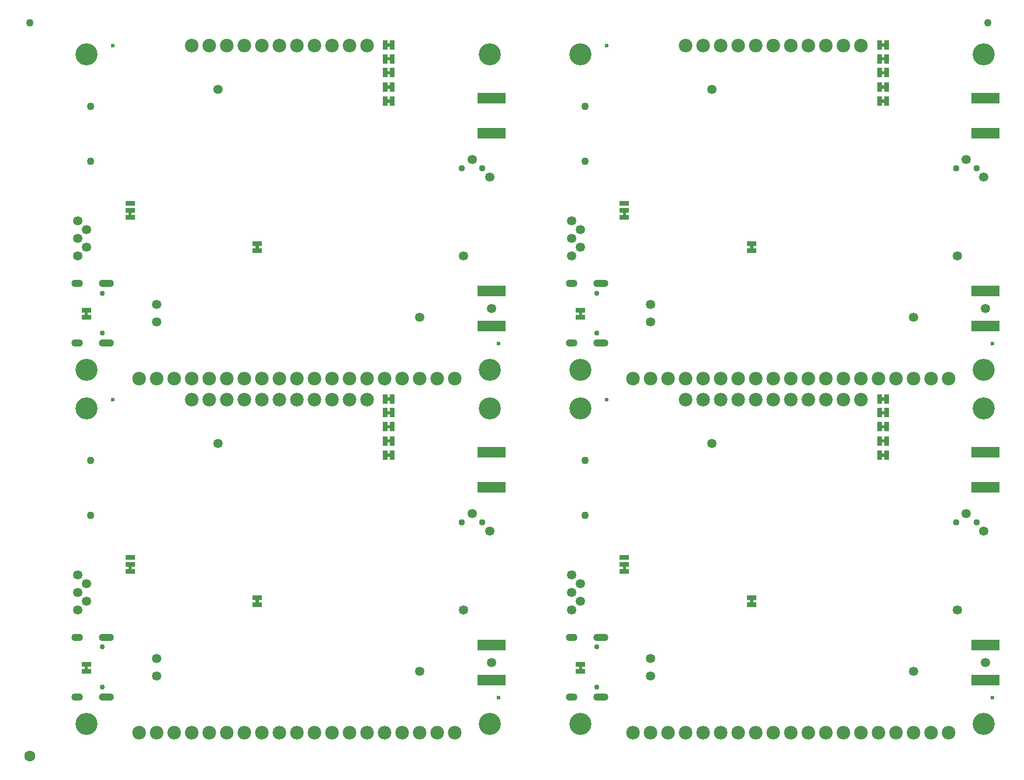
<source format=gbs>
%TF.GenerationSoftware,KiCad,Pcbnew,9.0.0*%
%TF.CreationDate,2025-03-19T15:37:07+00:00*%
%TF.ProjectId,SparkFun_GNSS_mosaic-T_panelized,53706172-6b46-4756-9e5f-474e53535f6d,v01*%
%TF.SameCoordinates,Original*%
%TF.FileFunction,Soldermask,Bot*%
%TF.FilePolarity,Negative*%
%FSLAX46Y46*%
G04 Gerber Fmt 4.6, Leading zero omitted, Abs format (unit mm)*
G04 Created by KiCad (PCBNEW 9.0.0) date 2025-03-19 15:37:07*
%MOMM*%
%LPD*%
G01*
G04 APERTURE LIST*
G04 Aperture macros list*
%AMRoundRect*
0 Rectangle with rounded corners*
0 $1 Rounding radius*
0 $2 $3 $4 $5 $6 $7 $8 $9 X,Y pos of 4 corners*
0 Add a 4 corners polygon primitive as box body*
4,1,4,$2,$3,$4,$5,$6,$7,$8,$9,$2,$3,0*
0 Add four circle primitives for the rounded corners*
1,1,$1+$1,$2,$3*
1,1,$1+$1,$4,$5*
1,1,$1+$1,$6,$7*
1,1,$1+$1,$8,$9*
0 Add four rect primitives between the rounded corners*
20,1,$1+$1,$2,$3,$4,$5,0*
20,1,$1+$1,$4,$5,$6,$7,0*
20,1,$1+$1,$6,$7,$8,$9,0*
20,1,$1+$1,$8,$9,$2,$3,0*%
G04 Aperture macros list end*
%ADD10C,0.000000*%
%ADD11C,1.979600*%
%ADD12C,3.200000*%
%ADD13RoundRect,0.050000X-2.000000X0.750000X-2.000000X-0.750000X2.000000X-0.750000X2.000000X0.750000X0*%
%ADD14C,0.750000*%
%ADD15O,1.700000X1.100000*%
%ADD16O,2.200000X1.100000*%
%ADD17C,0.950000*%
%ADD18C,1.100000*%
%ADD19RoundRect,0.675000X0.000010X0.000010X-0.000010X0.000010X-0.000010X-0.000010X0.000010X-0.000010X0*%
%ADD20C,0.600000*%
%ADD21RoundRect,0.050000X0.330200X0.635000X-0.330200X0.635000X-0.330200X-0.635000X0.330200X-0.635000X0*%
%ADD22RoundRect,0.050000X-0.635000X0.330200X-0.635000X-0.330200X0.635000X-0.330200X0.635000X0.330200X0*%
%ADD23C,1.600000*%
%ADD24RoundRect,0.050000X0.635000X-0.330200X0.635000X0.330200X-0.635000X0.330200X-0.635000X-0.330200X0*%
G04 APERTURE END LIST*
D10*
%TO.C,PPS1*%
G36*
X46596300Y47393900D02*
G01*
X46088300Y47393900D01*
X46088300Y47874900D01*
X46596300Y47874900D01*
X46596300Y47393900D01*
G37*
G36*
X118216300Y47393900D02*
G01*
X117708300Y47393900D01*
X117708300Y47874900D01*
X118216300Y47874900D01*
X118216300Y47393900D01*
G37*
G36*
X46596300Y98693900D02*
G01*
X46088300Y98693900D01*
X46088300Y99174900D01*
X46596300Y99174900D01*
X46596300Y98693900D01*
G37*
G36*
X118216300Y98693900D02*
G01*
X117708300Y98693900D01*
X117708300Y99174900D01*
X118216300Y99174900D01*
X118216300Y98693900D01*
G37*
%TO.C,PWR1*%
G36*
X46596300Y49407100D02*
G01*
X46088300Y49407100D01*
X46088300Y49888100D01*
X46596300Y49888100D01*
X46596300Y49407100D01*
G37*
G36*
X46596300Y100707100D02*
G01*
X46088300Y100707100D01*
X46088300Y101188100D01*
X46596300Y101188100D01*
X46596300Y100707100D01*
G37*
G36*
X118216300Y100707100D02*
G01*
X117708300Y100707100D01*
X117708300Y101188100D01*
X118216300Y101188100D01*
X118216300Y100707100D01*
G37*
G36*
X118216300Y49407100D02*
G01*
X117708300Y49407100D01*
X117708300Y49888100D01*
X118216300Y49888100D01*
X118216300Y49407100D01*
G37*
%TO.C,VBATT1*%
G36*
X27532800Y20066000D02*
G01*
X27051800Y20066000D01*
X27051800Y20574000D01*
X27532800Y20574000D01*
X27532800Y20066000D01*
G37*
G36*
X27532800Y71366000D02*
G01*
X27051800Y71366000D01*
X27051800Y71874000D01*
X27532800Y71874000D01*
X27532800Y71366000D01*
G37*
G36*
X99152800Y20066000D02*
G01*
X98671800Y20066000D01*
X98671800Y20574000D01*
X99152800Y20574000D01*
X99152800Y20066000D01*
G37*
G36*
X99152800Y71366000D02*
G01*
X98671800Y71366000D01*
X98671800Y71874000D01*
X99152800Y71874000D01*
X99152800Y71366000D01*
G37*
%TO.C,RTK1*%
G36*
X46596300Y41269700D02*
G01*
X46088300Y41269700D01*
X46088300Y41750700D01*
X46596300Y41750700D01*
X46596300Y41269700D01*
G37*
G36*
X118216300Y92569700D02*
G01*
X117708300Y92569700D01*
X117708300Y93050700D01*
X118216300Y93050700D01*
X118216300Y92569700D01*
G37*
G36*
X118216300Y41269700D02*
G01*
X117708300Y41269700D01*
X117708300Y41750700D01*
X118216300Y41750700D01*
X118216300Y41269700D01*
G37*
G36*
X46596300Y92569700D02*
G01*
X46088300Y92569700D01*
X46088300Y93050700D01*
X46596300Y93050700D01*
X46596300Y92569700D01*
G37*
%TO.C,SHLD1*%
G36*
X2780500Y10426700D02*
G01*
X2299500Y10426700D01*
X2299500Y10934700D01*
X2780500Y10934700D01*
X2780500Y10426700D01*
G37*
G36*
X2780500Y61726700D02*
G01*
X2299500Y61726700D01*
X2299500Y62234700D01*
X2780500Y62234700D01*
X2780500Y61726700D01*
G37*
G36*
X74400500Y10426700D02*
G01*
X73919500Y10426700D01*
X73919500Y10934700D01*
X74400500Y10934700D01*
X74400500Y10426700D01*
G37*
G36*
X74400500Y61726700D02*
G01*
X73919500Y61726700D01*
X73919500Y62234700D01*
X74400500Y62234700D01*
X74400500Y61726700D01*
G37*
%TO.C,VOUT1*%
G36*
X9130500Y24904700D02*
G01*
X8649500Y24904700D01*
X8649500Y25412700D01*
X9130500Y25412700D01*
X9130500Y24904700D01*
G37*
G36*
X80750500Y24904700D02*
G01*
X80269500Y24904700D01*
X80269500Y25412700D01*
X80750500Y25412700D01*
X80750500Y24904700D01*
G37*
G36*
X9130500Y76204700D02*
G01*
X8649500Y76204700D01*
X8649500Y76712700D01*
X9130500Y76712700D01*
X9130500Y76204700D01*
G37*
G36*
X80750500Y76204700D02*
G01*
X80269500Y76204700D01*
X80269500Y76712700D01*
X80750500Y76712700D01*
X80750500Y76204700D01*
G37*
%TO.C,PVT1*%
G36*
X46596300Y43320500D02*
G01*
X46088300Y43320500D01*
X46088300Y43801500D01*
X46596300Y43801500D01*
X46596300Y43320500D01*
G37*
G36*
X118216300Y94620500D02*
G01*
X117708300Y94620500D01*
X117708300Y95101500D01*
X118216300Y95101500D01*
X118216300Y94620500D01*
G37*
G36*
X118216300Y43320500D02*
G01*
X117708300Y43320500D01*
X117708300Y43801500D01*
X118216300Y43801500D01*
X118216300Y43320500D01*
G37*
G36*
X46596300Y94620500D02*
G01*
X46088300Y94620500D01*
X46088300Y95101500D01*
X46596300Y95101500D01*
X46596300Y94620500D01*
G37*
%TO.C,LOG1*%
G36*
X46596300Y45371300D02*
G01*
X46088300Y45371300D01*
X46088300Y45852300D01*
X46596300Y45852300D01*
X46596300Y45371300D01*
G37*
G36*
X46596300Y96671300D02*
G01*
X46088300Y96671300D01*
X46088300Y97152300D01*
X46596300Y97152300D01*
X46596300Y96671300D01*
G37*
G36*
X118216300Y96671300D02*
G01*
X117708300Y96671300D01*
X117708300Y97152300D01*
X118216300Y97152300D01*
X118216300Y96671300D01*
G37*
G36*
X118216300Y45371300D02*
G01*
X117708300Y45371300D01*
X117708300Y45852300D01*
X118216300Y45852300D01*
X118216300Y45371300D01*
G37*
%TD*%
D11*
%TO.C,J3*%
X17780000Y49530000D03*
X20320000Y49530000D03*
X22860000Y49530000D03*
X25400000Y49530000D03*
X27940000Y49530000D03*
X30480000Y49530000D03*
X33020000Y49530000D03*
X35560000Y49530000D03*
X38100000Y49530000D03*
X40640000Y49530000D03*
X43180000Y49530000D03*
%TD*%
%TO.C,J3*%
X17780000Y100830000D03*
X20320000Y100830000D03*
X22860000Y100830000D03*
X25400000Y100830000D03*
X27940000Y100830000D03*
X30480000Y100830000D03*
X33020000Y100830000D03*
X35560000Y100830000D03*
X38100000Y100830000D03*
X40640000Y100830000D03*
X43180000Y100830000D03*
%TD*%
%TO.C,J3*%
X89400000Y49530000D03*
X91940000Y49530000D03*
X94480000Y49530000D03*
X97020000Y49530000D03*
X99560000Y49530000D03*
X102100000Y49530000D03*
X104640000Y49530000D03*
X107180000Y49530000D03*
X109720000Y49530000D03*
X112260000Y49530000D03*
X114800000Y49530000D03*
%TD*%
%TO.C,J3*%
X89400000Y100830000D03*
X91940000Y100830000D03*
X94480000Y100830000D03*
X97020000Y100830000D03*
X99560000Y100830000D03*
X102100000Y100830000D03*
X104640000Y100830000D03*
X107180000Y100830000D03*
X109720000Y100830000D03*
X112260000Y100830000D03*
X114800000Y100830000D03*
%TD*%
D12*
%TO.C,ST4*%
X60960000Y2540000D03*
%TD*%
%TO.C,ST4*%
X60960000Y53840000D03*
%TD*%
%TO.C,ST4*%
X132580000Y2540000D03*
%TD*%
%TO.C,ST4*%
X132580000Y53840000D03*
%TD*%
D11*
%TO.C,J4*%
X10160000Y1270000D03*
X12700000Y1270000D03*
X15240000Y1270000D03*
X17780000Y1270000D03*
X20320000Y1270000D03*
X22860000Y1270000D03*
X25400000Y1270000D03*
X27940000Y1270000D03*
X30480000Y1270000D03*
X33020000Y1270000D03*
X35560000Y1270000D03*
X38100000Y1270000D03*
X40640000Y1270000D03*
X43180000Y1270000D03*
X45720000Y1270000D03*
X48260000Y1270000D03*
X50800000Y1270000D03*
X53340000Y1270000D03*
X55880000Y1270000D03*
%TD*%
%TO.C,J4*%
X81780000Y52570000D03*
X84320000Y52570000D03*
X86860000Y52570000D03*
X89400000Y52570000D03*
X91940000Y52570000D03*
X94480000Y52570000D03*
X97020000Y52570000D03*
X99560000Y52570000D03*
X102100000Y52570000D03*
X104640000Y52570000D03*
X107180000Y52570000D03*
X109720000Y52570000D03*
X112260000Y52570000D03*
X114800000Y52570000D03*
X117340000Y52570000D03*
X119880000Y52570000D03*
X122420000Y52570000D03*
X124960000Y52570000D03*
X127500000Y52570000D03*
%TD*%
%TO.C,J4*%
X81780000Y1270000D03*
X84320000Y1270000D03*
X86860000Y1270000D03*
X89400000Y1270000D03*
X91940000Y1270000D03*
X94480000Y1270000D03*
X97020000Y1270000D03*
X99560000Y1270000D03*
X102100000Y1270000D03*
X104640000Y1270000D03*
X107180000Y1270000D03*
X109720000Y1270000D03*
X112260000Y1270000D03*
X114800000Y1270000D03*
X117340000Y1270000D03*
X119880000Y1270000D03*
X122420000Y1270000D03*
X124960000Y1270000D03*
X127500000Y1270000D03*
%TD*%
%TO.C,J4*%
X10160000Y52570000D03*
X12700000Y52570000D03*
X15240000Y52570000D03*
X17780000Y52570000D03*
X20320000Y52570000D03*
X22860000Y52570000D03*
X25400000Y52570000D03*
X27940000Y52570000D03*
X30480000Y52570000D03*
X33020000Y52570000D03*
X35560000Y52570000D03*
X38100000Y52570000D03*
X40640000Y52570000D03*
X43180000Y52570000D03*
X45720000Y52570000D03*
X48260000Y52570000D03*
X50800000Y52570000D03*
X53340000Y52570000D03*
X55880000Y52570000D03*
%TD*%
D13*
%TO.C,J6*%
X61214000Y13970000D03*
X61214000Y8890000D03*
%TD*%
%TO.C,J6*%
X61214000Y65270000D03*
X61214000Y60190000D03*
%TD*%
%TO.C,J6*%
X132834000Y13970000D03*
X132834000Y8890000D03*
%TD*%
%TO.C,J6*%
X132834000Y65270000D03*
X132834000Y60190000D03*
%TD*%
%TO.C,J2*%
X61214000Y41910000D03*
X61214000Y36830000D03*
%TD*%
%TO.C,J2*%
X61214000Y93210000D03*
X61214000Y88130000D03*
%TD*%
%TO.C,J2*%
X132834000Y41910000D03*
X132834000Y36830000D03*
%TD*%
%TO.C,J2*%
X132834000Y93210000D03*
X132834000Y88130000D03*
%TD*%
D12*
%TO.C,ST3*%
X60960000Y48260000D03*
%TD*%
%TO.C,ST3*%
X132580000Y99560000D03*
%TD*%
%TO.C,ST3*%
X60960000Y99560000D03*
%TD*%
%TO.C,ST3*%
X132580000Y48260000D03*
%TD*%
D14*
%TO.C,J7*%
X4905000Y13685000D03*
X4905000Y7905000D03*
D15*
X1255000Y15113000D03*
D16*
X5435000Y15113000D03*
X5435000Y6477000D03*
D15*
X1255000Y6477000D03*
%TD*%
D14*
%TO.C,J7*%
X76525000Y13685000D03*
X76525000Y7905000D03*
D15*
X72875000Y15113000D03*
D16*
X77055000Y15113000D03*
X77055000Y6477000D03*
D15*
X72875000Y6477000D03*
%TD*%
D14*
%TO.C,J7*%
X76525000Y64985000D03*
X76525000Y59205000D03*
D15*
X72875000Y66413000D03*
D16*
X77055000Y66413000D03*
X77055000Y57777000D03*
D15*
X72875000Y57777000D03*
%TD*%
D14*
%TO.C,J7*%
X4905000Y64985000D03*
X4905000Y59205000D03*
D15*
X1255000Y66413000D03*
D16*
X5435000Y66413000D03*
X5435000Y57777000D03*
D15*
X1255000Y57777000D03*
%TD*%
D17*
%TO.C,SW1*%
X56920000Y31750000D03*
X59920000Y31750000D03*
%TD*%
%TO.C,SW1*%
X56920000Y83050000D03*
X59920000Y83050000D03*
%TD*%
%TO.C,SW1*%
X128540000Y83050000D03*
X131540000Y83050000D03*
%TD*%
%TO.C,SW1*%
X128540000Y31750000D03*
X131540000Y31750000D03*
%TD*%
D12*
%TO.C,ST1*%
X2540000Y48260000D03*
%TD*%
%TO.C,ST1*%
X74160000Y48260000D03*
%TD*%
%TO.C,ST1*%
X74160000Y99560000D03*
%TD*%
%TO.C,ST1*%
X2540000Y99560000D03*
%TD*%
D18*
%TO.C,J1*%
X3175000Y40764000D03*
X3175000Y32764000D03*
%TD*%
%TO.C,J1*%
X3175000Y92064000D03*
X3175000Y84064000D03*
%TD*%
%TO.C,J1*%
X74795000Y92064000D03*
X74795000Y84064000D03*
%TD*%
%TO.C,J1*%
X74795000Y40764000D03*
X74795000Y32764000D03*
%TD*%
D12*
%TO.C,ST2*%
X2540000Y2540000D03*
%TD*%
%TO.C,ST2*%
X74160000Y2540000D03*
%TD*%
%TO.C,ST2*%
X74160000Y53840000D03*
%TD*%
%TO.C,ST2*%
X2540000Y53840000D03*
%TD*%
D19*
%TO.C,TP7*%
X2540000Y22860000D03*
%TD*%
%TO.C,TP7*%
X74160000Y74160000D03*
%TD*%
%TO.C,TP7*%
X2540000Y74160000D03*
%TD*%
%TO.C,TP7*%
X74160000Y22860000D03*
%TD*%
D18*
%TO.C,*%
X-5620000Y104187500D03*
%TD*%
D20*
%TO.C,FID3*%
X6350000Y49530000D03*
%TD*%
%TO.C,FID3*%
X6350000Y100830000D03*
%TD*%
%TO.C,FID3*%
X77970000Y49530000D03*
%TD*%
%TO.C,FID3*%
X77970000Y100830000D03*
%TD*%
D19*
%TO.C,TP2*%
X58420000Y33020000D03*
%TD*%
%TO.C,TP2*%
X130040000Y84320000D03*
%TD*%
%TO.C,TP2*%
X130040000Y33020000D03*
%TD*%
%TO.C,TP2*%
X58420000Y84320000D03*
%TD*%
%TO.C,TP11*%
X21590000Y43180000D03*
%TD*%
%TO.C,TP11*%
X93210000Y43180000D03*
%TD*%
%TO.C,TP11*%
X93210000Y94480000D03*
%TD*%
%TO.C,TP11*%
X21590000Y94480000D03*
%TD*%
D21*
%TO.C,PPS1*%
X46863000Y47634400D03*
X45821600Y47634400D03*
%TD*%
%TO.C,PPS1*%
X118483000Y47634400D03*
X117441600Y47634400D03*
%TD*%
%TO.C,PPS1*%
X46863000Y98934400D03*
X45821600Y98934400D03*
%TD*%
%TO.C,PPS1*%
X118483000Y98934400D03*
X117441600Y98934400D03*
%TD*%
%TO.C,PWR1*%
X46863000Y49647600D03*
X45821600Y49647600D03*
%TD*%
%TO.C,PWR1*%
X46863000Y100947600D03*
X45821600Y100947600D03*
%TD*%
%TO.C,PWR1*%
X118483000Y100947600D03*
X117441600Y100947600D03*
%TD*%
%TO.C,PWR1*%
X118483000Y49647600D03*
X117441600Y49647600D03*
%TD*%
D19*
%TO.C,TP5*%
X2540000Y20320000D03*
%TD*%
%TO.C,TP5*%
X2540000Y71620000D03*
%TD*%
%TO.C,TP5*%
X74160000Y20320000D03*
%TD*%
%TO.C,TP5*%
X74160000Y71620000D03*
%TD*%
D22*
%TO.C,VBATT1*%
X27292300Y20840700D03*
X27292300Y19799300D03*
%TD*%
%TO.C,VBATT1*%
X27292300Y72140700D03*
X27292300Y71099300D03*
%TD*%
%TO.C,VBATT1*%
X98912300Y20840700D03*
X98912300Y19799300D03*
%TD*%
%TO.C,VBATT1*%
X98912300Y72140700D03*
X98912300Y71099300D03*
%TD*%
D19*
%TO.C,TP13*%
X1270000Y24130000D03*
%TD*%
%TO.C,TP13*%
X72890000Y75430000D03*
%TD*%
%TO.C,TP13*%
X72890000Y24130000D03*
%TD*%
%TO.C,TP13*%
X1270000Y75430000D03*
%TD*%
D20*
%TO.C,FID2*%
X62230000Y6350000D03*
%TD*%
%TO.C,FID2*%
X133850000Y57650000D03*
%TD*%
%TO.C,FID2*%
X62230000Y57650000D03*
%TD*%
%TO.C,FID2*%
X133850000Y6350000D03*
%TD*%
D21*
%TO.C,RTK1*%
X46863000Y41510200D03*
X45821600Y41510200D03*
%TD*%
%TO.C,RTK1*%
X118483000Y92810200D03*
X117441600Y92810200D03*
%TD*%
%TO.C,RTK1*%
X118483000Y41510200D03*
X117441600Y41510200D03*
%TD*%
%TO.C,RTK1*%
X46863000Y92810200D03*
X45821600Y92810200D03*
%TD*%
D19*
%TO.C,TP6*%
X1270000Y21590000D03*
%TD*%
%TO.C,TP6*%
X1270000Y72890000D03*
%TD*%
%TO.C,TP6*%
X72890000Y21590000D03*
%TD*%
%TO.C,TP6*%
X72890000Y72890000D03*
%TD*%
D22*
%TO.C,SHLD1*%
X2540000Y11201400D03*
X2540000Y10160000D03*
%TD*%
%TO.C,SHLD1*%
X2540000Y62501400D03*
X2540000Y61460000D03*
%TD*%
%TO.C,SHLD1*%
X74160000Y11201400D03*
X74160000Y10160000D03*
%TD*%
%TO.C,SHLD1*%
X74160000Y62501400D03*
X74160000Y61460000D03*
%TD*%
D23*
%TO.C,*%
X-5620000Y-2087500D03*
%TD*%
D19*
%TO.C,TP12*%
X12700000Y12065000D03*
%TD*%
%TO.C,TP12*%
X12700000Y63365000D03*
%TD*%
%TO.C,TP12*%
X84320000Y63365000D03*
%TD*%
%TO.C,TP12*%
X84320000Y12065000D03*
%TD*%
%TO.C,TP8*%
X61214000Y11430000D03*
%TD*%
%TO.C,TP8*%
X132834000Y11430000D03*
%TD*%
%TO.C,TP8*%
X61214000Y62730000D03*
%TD*%
%TO.C,TP8*%
X132834000Y62730000D03*
%TD*%
%TO.C,TP1*%
X57150000Y19050000D03*
%TD*%
%TO.C,TP1*%
X128770000Y70350000D03*
%TD*%
%TO.C,TP1*%
X57150000Y70350000D03*
%TD*%
%TO.C,TP1*%
X128770000Y19050000D03*
%TD*%
D18*
%TO.C,*%
X133120000Y104187500D03*
%TD*%
D24*
%TO.C,VOUT1*%
X8890000Y24638000D03*
X8890000Y25679400D03*
D22*
X8890000Y26720800D03*
%TD*%
D24*
%TO.C,VOUT1*%
X80510000Y24638000D03*
X80510000Y25679400D03*
D22*
X80510000Y26720800D03*
%TD*%
D24*
%TO.C,VOUT1*%
X8890000Y75938000D03*
X8890000Y76979400D03*
D22*
X8890000Y78020800D03*
%TD*%
D24*
%TO.C,VOUT1*%
X80510000Y75938000D03*
X80510000Y76979400D03*
D22*
X80510000Y78020800D03*
%TD*%
D19*
%TO.C,TP10*%
X60960000Y30480000D03*
%TD*%
%TO.C,TP10*%
X132580000Y30480000D03*
%TD*%
%TO.C,TP10*%
X60960000Y81780000D03*
%TD*%
%TO.C,TP10*%
X132580000Y81780000D03*
%TD*%
%TO.C,TP4*%
X1270000Y19050000D03*
%TD*%
%TO.C,TP4*%
X1270000Y70350000D03*
%TD*%
%TO.C,TP4*%
X72890000Y19050000D03*
%TD*%
%TO.C,TP4*%
X72890000Y70350000D03*
%TD*%
D21*
%TO.C,PVT1*%
X46863000Y43561000D03*
X45821600Y43561000D03*
%TD*%
%TO.C,PVT1*%
X118483000Y94861000D03*
X117441600Y94861000D03*
%TD*%
%TO.C,PVT1*%
X118483000Y43561000D03*
X117441600Y43561000D03*
%TD*%
%TO.C,PVT1*%
X46863000Y94861000D03*
X45821600Y94861000D03*
%TD*%
D19*
%TO.C,TP3*%
X50800000Y10160000D03*
%TD*%
%TO.C,TP3*%
X122420000Y61460000D03*
%TD*%
%TO.C,TP3*%
X50800000Y61460000D03*
%TD*%
%TO.C,TP3*%
X122420000Y10160000D03*
%TD*%
D21*
%TO.C,LOG1*%
X46863000Y45611800D03*
X45821600Y45611800D03*
%TD*%
%TO.C,LOG1*%
X46863000Y96911800D03*
X45821600Y96911800D03*
%TD*%
%TO.C,LOG1*%
X118483000Y96911800D03*
X117441600Y96911800D03*
%TD*%
%TO.C,LOG1*%
X118483000Y45611800D03*
X117441600Y45611800D03*
%TD*%
D19*
%TO.C,TP9*%
X12700000Y9525000D03*
%TD*%
%TO.C,TP9*%
X12700000Y60825000D03*
%TD*%
%TO.C,TP9*%
X84320000Y60825000D03*
%TD*%
%TO.C,TP9*%
X84320000Y9525000D03*
%TD*%
M02*

</source>
